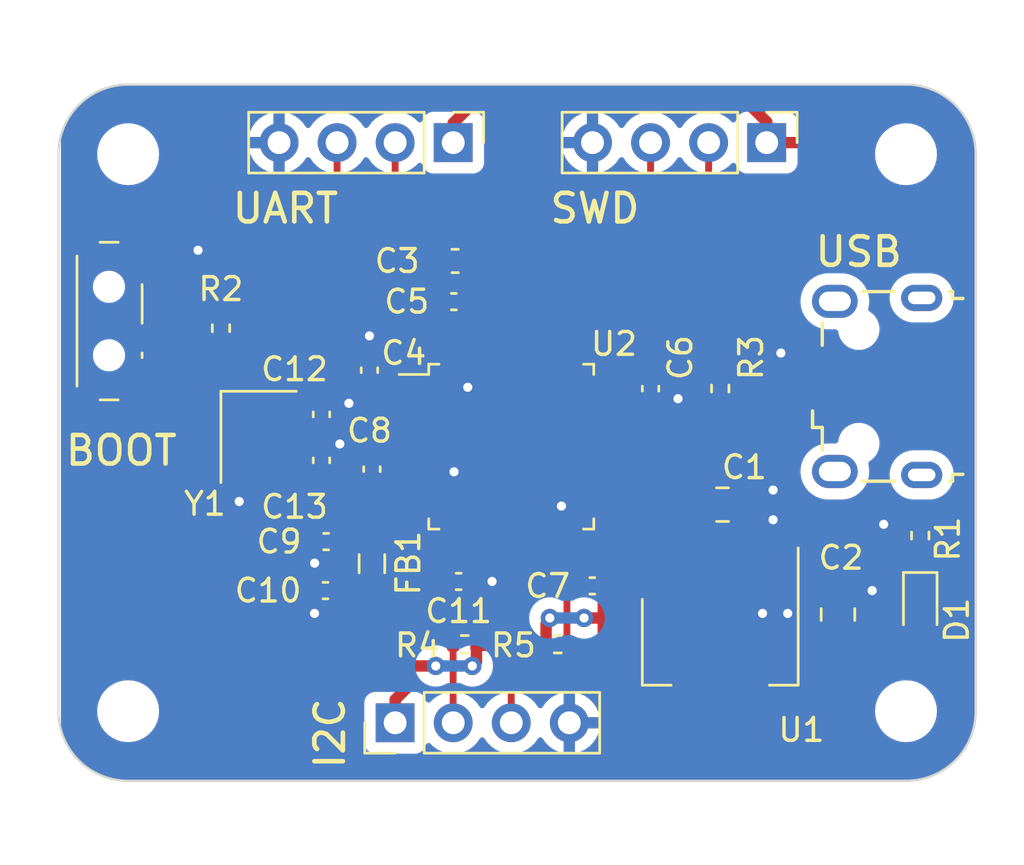
<source format=kicad_pcb>
(kicad_pcb (version 20221018) (generator pcbnew)
  (layers (0 "F.Cu" signal) (31 "B.Cu" power) (34 "B.Paste" user) (35 "F.Paste" user) (36 "B.SilkS" user "B.Silkscreen") (37 "F.SilkS" user "F.Silkscreen") (38 "B.Mask" user) (39 "F.Mask" user) (44 "Edge.Cuts" user))
  (net 0 "")
  (net 1 "VBUS")
  (net 2 "GND")
  (net 3 "+3.3V")
  (net 4 "+3.3VA")
  (net 5 "/NRST")
  (net 6 "/HSE_IN")
  (net 7 "/HSE_OUT")
  (net 8 "/PWR_LED_K")
  (net 9 "/USB_D-")
  (net 10 "/USB_D+")
  (net 12 "/SWDIO")
  (net 13 "/SWCLK")
  (net 14 "/UART1_TX")
  (net 15 "/UART1_RX")
  (net 16 "/I2C2_SCL")
  (net 17 "/I2C2_SDA")
  (net 18 "/SW_BOOT0")
  (net 19 "/BOOT0")
  (footprint "Capacitor_SMD:C_0402_1005Metric" (layer "F.Cu") (at 102 28.25 90)
    (fp_text reference "C4" (at 0.75 1.5) (layer "F.SilkS"))
    (fp_text value "100n")
    (fp_line (start -0.107836 -0.36) (end 0.107836 -0.36) (stroke (width 0.12)) (layer "F.SilkS"))
    (fp_line (start -0.107836 0.36) (end 0.107836 0.36) (stroke (width 0.12)) (layer "F.SilkS"))
    (pad "1" smd roundrect (at -0.48 0 90) (size 0.56 0.62) (layers "F.Cu" "F.Paste" "F.Mask") (net 3 "+3.3V"))
    (pad "2" smd roundrect (at 0.48 0 90) (size 0.56 0.62) (layers "F.Cu" "F.Paste" "F.Mask") (net 2 "GND"))
  )
  (footprint "MountingHole:MountingHole_2.2mm_M2" (layer "F.Cu") (at 91.44 18.796)
    (fp_text reference "H4")
    (fp_text value "MountingHole")
    (pad "" np_thru_hole circle (at 0 0) (size 2.2 2.2) (drill 2.2) (layers "*.Cu" "*.Mask"))
  )
  (footprint "Crystal:Crystal_SMD_3225-4Pin_3.2x2.5mm" (layer "F.Cu") (at 97.15 31.174 -90)
    (fp_text reference "Y1" (at 2.926 2.35 -180) (layer "F.SilkS"))
    (fp_text value "16MHz")
    (fp_line (start -2 -1.65) (end -2 1.65) (stroke (width 0.12)) (layer "F.SilkS"))
    (fp_line (start -2 1.65) (end 2 1.65) (stroke (width 0.12)) (layer "F.SilkS"))
    (pad "1" smd rect (at -1.1 0.85 270) (size 1.4 1.2) (layers "F.Cu" "F.Paste" "F.Mask") (net 6 "/HSE_IN"))
    (pad "2" smd rect (at 1.1 0.85 270) (size 1.4 1.2) (layers "F.Cu" "F.Paste" "F.Mask") (net 2 "GND"))
    (pad "3" smd rect (at 1.1 -0.85 270) (size 1.4 1.2) (layers "F.Cu" "F.Paste" "F.Mask") (net 7 "/HSE_OUT"))
    (pad "4" smd rect (at -1.1 -0.85 270) (size 1.4 1.2) (layers "F.Cu" "F.Paste" "F.Mask") (net 2 "GND"))
  )
  (footprint "Connector_USB:USB_Micro-B_Wuerth_629105150521" (layer "F.Cu") (at 124.213 28.961 90)
    (fp_text reference "J1" hide)
    (fp_text value "USB_B_Micro")
    (fp_line (start -4.15 -0.65) (end -4.15 0.75) (stroke (width 0.15)) (layer "F.SilkS"))
    (fp_line (start -4.15 3.15) (end -4.15 3.3) (stroke (width 0.15)) (layer "F.SilkS"))
    (fp_line (start -4.15 3.3) (end -3.85 3.3) (stroke (width 0.15)) (layer "F.SilkS"))
    (fp_line (start -3.85 3.3) (end -3.85 3.75) (stroke (width 0.15)) (layer "F.SilkS"))
    (fp_line (start -1.8 -2.825) (end -1.8 -2.4) (stroke (width 0.15)) (layer "F.SilkS"))
    (fp_line (start -1.8 -2.4) (end -2.8 -2.4) (stroke (width 0.15)) (layer "F.SilkS"))
    (fp_line (start -1.075 -2.825) (end -1.8 -2.825) (stroke (width 0.15)) (layer "F.SilkS"))
    (fp_line (start 1.8 -2.4) (end 2.8 -2.4) (stroke (width 0.15)) (layer "F.SilkS"))
    (fp_line (start 3.85 3.3) (end 4.15 3.3) (stroke (width 0.15)) (layer "F.SilkS"))
    (fp_line (start 3.85 3.75) (end 3.85 3.3) (stroke (width 0.15)) (layer "F.SilkS"))
    (fp_line (start 4.15 0.75) (end 4.15 -0.65) (stroke (width 0.15)) (layer "F.SilkS"))
    (fp_line (start 4.15 3.3) (end 4.15 3.15) (stroke (width 0.15)) (layer "F.SilkS"))
    (pad "" np_thru_hole oval (at -2.5 -0.8 90) (size 0.8 0.8) (drill 0.8) (layers "*.Cu" "*.Mask"))
    (pad "" np_thru_hole oval (at 2.5 -0.8 90) (size 0.8 0.8) (drill 0.8) (layers "*.Cu" "*.Mask"))
    (pad "1" smd rect (at -1.3 -1.9 90) (size 0.45 1.3) (layers "F.Cu" "F.Paste" "F.Mask") (net 1 "VBUS"))
    (pad "2" smd rect (at -0.65 -1.9 90) (size 0.45 1.3) (layers "F.Cu" "F.Paste" "F.Mask") (net 9 "/USB_D-"))
    (pad "3" smd rect (at 0 -1.9 90) (size 0.45 1.3) (layers "F.Cu" "F.Paste" "F.Mask") (net 10 "/USB_D+"))
    (pad "4" smd rect (at 0.65 -1.9 90) (size 0.45 1.3) (layers "F.Cu" "F.Paste" "F.Mask"))
    (pad "5" smd rect (at 1.3 -1.9 90) (size 0.45 1.3) (layers "F.Cu" "F.Paste" "F.Mask") (net 2 "GND"))
    (pad "6" thru_hole oval (at -3.875 1.95 90) (size 1.15 1.8) (drill oval 0.55 1.2) (layers "*.Cu" "*.Mask"))
    (pad "6" thru_hole oval (at -3.725 -1.85 90) (size 1.45 2) (drill oval 0.85 1.4) (layers "*.Cu" "*.Mask"))
    (pad "6" thru_hole oval (at 3.725 -1.85 90) (size 1.45 2) (drill oval 0.85 1.4) (layers "*.Cu" "*.Mask"))
    (pad "6" thru_hole oval (at 3.875 1.95 90) (size 1.15 1.8) (drill oval 0.55 1.2) (layers "*.Cu" "*.Mask"))
  )
  (footprint "MountingHole:MountingHole_2.2mm_M2" (layer "F.Cu") (at 125.476 43.18)
    (fp_text reference "H2")
    (fp_text value "MountingHole")
    (pad "" np_thru_hole circle (at 0 0) (size 2.2 2.2) (drill 2.2) (layers "*.Cu" "*.Mask"))
  )
  (footprint "Capacitor_SMD:C_0402_1005Metric" (layer "F.Cu") (at 99.9 32.2 90)
    (fp_text reference "C13" (at -2.032 -1.182 180) (layer "F.SilkS"))
    (fp_text value "10p")
    (fp_line (start -0.107836 -0.36) (end 0.107836 -0.36) (stroke (width 0.12)) (layer "F.SilkS"))
    (fp_line (start -0.107836 0.36) (end 0.107836 0.36) (stroke (width 0.12)) (layer "F.SilkS"))
    (pad "1" smd roundrect (at -0.48 0 90) (size 0.56 0.62) (layers "F.Cu" "F.Paste" "F.Mask") (net 7 "/HSE_OUT"))
    (pad "2" smd roundrect (at 0.48 0 90) (size 0.56 0.62) (layers "F.Cu" "F.Paste" "F.Mask") (net 2 "GND"))
  )
  (footprint "Connector_PinHeader_2.54mm:PinHeader_1x04_P2.54mm_Vertical" (layer "F.Cu") (at 103.124 43.688 90)
    (fp_text reference "J4" hide)
    (fp_text value "Conn_01x04_Pin")
    (fp_line (start -1.33 -1.33) (end 0 -1.33) (stroke (width 0.12)) (layer "F.SilkS"))
    (fp_line (start -1.33 0) (end -1.33 -1.33) (stroke (width 0.12)) (layer "F.SilkS"))
    (fp_line (start -1.33 1.27) (end -1.33 8.95) (stroke (width 0.12)) (layer "F.SilkS"))
    (fp_line (start -1.33 1.27) (end 1.33 1.27) (stroke (width 0.12)) (layer "F.SilkS"))
    (fp_line (start -1.33 8.95) (end 1.33 8.95) (stroke (width 0.12)) (layer "F.SilkS"))
    (fp_line (start 1.33 1.27) (end 1.33 8.95) (stroke (width 0.12)) (layer "F.SilkS"))
    (pad "1" thru_hole rect (at 0 0 90) (size 1.7 1.7) (drill 1) (layers "*.Cu" "*.Mask") (net 3 "+3.3V"))
    (pad "2" thru_hole oval (at 0 2.54 90) (size 1.7 1.7) (drill 1) (layers "*.Cu" "*.Mask") (net 16 "/I2C2_SCL"))
    (pad "3" thru_hole oval (at 0 5.08 90) (size 1.7 1.7) (drill 1) (layers "*.Cu" "*.Mask") (net 17 "/I2C2_SDA"))
    (pad "4" thru_hole oval (at 0 7.62 90) (size 1.7 1.7) (drill 1) (layers "*.Cu" "*.Mask") (net 2 "GND"))
  )
  (footprint "Button_Switch_SMD:SW_SPDT_PCM12" (layer "F.Cu") (at 90.932 26.1 -90)
    (fp_text reference "SW1" hide)
    (fp_text value "SW_SPDT")
    (fp_line (start -3.45 -0.07) (end -3.45 0.72) (stroke (width 0.12)) (layer "F.SilkS"))
    (fp_line (start -2.85 1.73) (end 2.85 1.73) (stroke (width 0.12)) (layer "F.SilkS"))
    (fp_line (start -1.6 -1.12) (end 0.1 -1.12) (stroke (width 0.12)) (layer "F.SilkS"))
    (fp_line (start 1.4 -1.12) (end 1.6 -1.12) (stroke (width 0.12)) (layer "F.SilkS"))
    (fp_line (start 3.45 0.72) (end 3.45 -0.07) (stroke (width 0.12)) (layer "F.SilkS"))
    (pad "" smd rect (at -3.65 -0.78 270) (size 1 0.8) (layers "F.Cu" "F.Paste" "F.Mask"))
    (pad "" smd rect (at -3.65 1.43 270) (size 1 0.8) (layers "F.Cu" "F.Paste" "F.Mask"))
    (pad "" np_thru_hole circle (at -1.5 0.33 270) (size 0.9 0.9) (drill 0.9) (layers "*.Cu" "*.Mask"))
    (pad "" np_thru_hole circle (at 1.5 0.33 270) (size 0.9 0.9) (drill 0.9) (layers "*.Cu" "*.Mask"))
    (pad "" smd rect (at 3.65 -0.78 270) (size 1 0.8) (layers "F.Cu" "F.Paste" "F.Mask"))
    (pad "" smd rect (at 3.65 1.43 270) (size 1 0.8) (layers "F.Cu" "F.Paste" "F.Mask"))
    (pad "1" smd rect (at -2.25 -1.43 270) (size 0.7 1.5) (layers "F.Cu" "F.Paste" "F.Mask") (net 2 "GND"))
    (pad "2" smd rect (at 0.75 -1.43 270) (size 0.7 1.5) (layers "F.Cu" "F.Paste" "F.Mask") (net 18 "/SW_BOOT0"))
    (pad "3" smd rect (at 2.25 -1.43 270) (size 0.7 1.5) (layers "F.Cu" "F.Paste" "F.Mask") (net 3 "+3.3V"))
  )
  (footprint "Connector_PinHeader_2.54mm:PinHeader_1x04_P2.54mm_Vertical" (layer "F.Cu") (at 105.664 18.288 -90)
    (fp_text reference "J3" hide)
    (fp_text value "Conn_01x04_Pin")
    (fp_line (start -1.33 -1.33) (end 0 -1.33) (stroke (width 0.12)) (layer "F.SilkS"))
    (fp_line (start -1.33 0) (end -1.33 -1.33) (stroke (width 0.12)) (layer "F.SilkS"))
    (fp_line (start -1.33 1.27) (end -1.33 8.95) (stroke (width 0.12)) (layer "F.SilkS"))
    (fp_line (start -1.33 1.27) (end 1.33 1.27) (stroke (width 0.12)) (layer "F.SilkS"))
    (fp_line (start -1.33 8.95) (end 1.33 8.95) (stroke (width 0.12)) (layer "F.SilkS"))
    (fp_line (start 1.33 1.27) (end 1.33 8.95) (stroke (width 0.12)) (layer "F.SilkS"))
    (pad "1" thru_hole rect (at 0 0 270) (size 1.7 1.7) (drill 1) (layers "*.Cu" "*.Mask") (net 3 "+3.3V"))
    (pad "2" thru_hole oval (at 0 2.54 270) (size 1.7 1.7) (drill 1) (layers "*.Cu" "*.Mask") (net 14 "/UART1_TX"))
    (pad "3" thru_hole oval (at 0 5.08 270) (size 1.7 1.7) (drill 1) (layers "*.Cu" "*.Mask") (net 15 "/UART1_RX"))
    (pad "4" thru_hole oval (at 0 7.62 270) (size 1.7 1.7) (drill 1) (layers "*.Cu" "*.Mask") (net 2 "GND"))
  )
  (footprint "Capacitor_SMD:C_0402_1005Metric" (layer "F.Cu") (at 99.9 30.186 90)
    (fp_text reference "C12" (at 1.976 -1.182 180) (layer "F.SilkS"))
    (fp_text value "10p")
    (fp_line (start -0.107836 -0.36) (end 0.107836 -0.36) (stroke (width 0.12)) (layer "F.SilkS"))
    (fp_line (start -0.107836 0.36) (end 0.107836 0.36) (stroke (width 0.12)) (layer "F.SilkS"))
    (pad "1" smd roundrect (at -0.48 0 90) (size 0.56 0.62) (layers "F.Cu" "F.Paste" "F.Mask") (net 6 "/HSE_IN"))
    (pad "2" smd roundrect (at 0.48 0 90) (size 0.56 0.62) (layers "F.Cu" "F.Paste" "F.Mask") (net 2 "GND"))
  )
  (footprint "Resistor_SMD:R_0402_1005Metric" (layer "F.Cu") (at 95.504 26.414 90)
    (fp_text reference "R2" (at 1.714 -0.004 180) (layer "F.SilkS"))
    (fp_text value "10k")
    (fp_line (start -0.153641 -0.38) (end 0.153641 -0.38) (stroke (width 0.12)) (layer "F.SilkS"))
    (fp_line (start -0.153641 0.38) (end 0.153641 0.38) (stroke (width 0.12)) (layer "F.SilkS"))
    (pad "1" smd roundrect (at -0.51 0 90) (size 0.54 0.64) (layers "F.Cu" "F.Paste" "F.Mask") (net 18 "/SW_BOOT0"))
    (pad "2" smd roundrect (at 0.51 0 90) (size 0.54 0.64) (layers "F.Cu" "F.Paste" "F.Mask") (net 19 "/BOOT0"))
  )
  (footprint "Package_TO_SOT_SMD:SOT-223-3_TabPin2" (layer "F.Cu") (at 117.348 40.132 -90)
    (fp_text reference "U1" (at 3.868 -3.552 -180) (layer "F.SilkS"))
    (fp_text value "AMS1117-3.3")
    (fp_line (start -4.1 -3.41) (end 1.91 -3.41) (stroke (width 0.12)) (layer "F.SilkS"))
    (fp_line (start -1.85 3.41) (end 1.91 3.41) (stroke (width 0.12)) (layer "F.SilkS"))
    (fp_line (start 1.91 -3.41) (end 1.91 -2.15) (stroke (width 0.12)) (layer "F.SilkS"))
    (fp_line (start 1.91 3.41) (end 1.91 2.15) (stroke (width 0.12)) (layer "F.SilkS"))
    (pad "1" smd rect (at -3.15 -2.3 270) (size 2 1.5) (layers "F.Cu" "F.Paste" "F.Mask") (net 2 "GND"))
    (pad "2" smd rect (at -3.15 0 270) (size 2 1.5) (layers "F.Cu" "F.Paste" "F.Mask") (net 3 "+3.3V"))
    (pad "2" smd rect (at 3.15 0 270) (size 2 3.8) (layers "F.Cu" "F.Paste" "F.Mask") (net 3 "+3.3V"))
    (pad "3" smd rect (at -3.15 2.3 270) (size 2 1.5) (layers "F.Cu" "F.Paste" "F.Mask") (net 1 "VBUS"))
  )
  (footprint "Capacitor_SMD:C_0402_1005Metric" (layer "F.Cu") (at 100.076 37.9 180)
    (fp_text reference "C10" (at 2.512 0) (layer "F.SilkS"))
    (fp_text value "1u")
    (fp_line (start -0.107836 -0.36) (end 0.107836 -0.36) (stroke (width 0.12)) (layer "F.SilkS"))
    (fp_line (start -0.107836 0.36) (end 0.107836 0.36) (stroke (width 0.12)) (layer "F.SilkS"))
    (pad "1" smd roundrect (at -0.48 0 180) (size 0.56 0.62) (layers "F.Cu" "F.Paste" "F.Mask") (net 3 "+3.3V"))
    (pad "2" smd roundrect (at 0.48 0 180) (size 0.56 0.62) (layers "F.Cu" "F.Paste" "F.Mask") (net 2 "GND"))
  )
  (footprint "Capacitor_SMD:C_0402_1005Metric" (layer "F.Cu") (at 102.108 32.586 90)
    (fp_text reference "C8" (at 1.686 -0.108 180) (layer "F.SilkS"))
    (fp_text value "10n")
    (fp_line (start -0.107836 -0.36) (end 0.107836 -0.36) (stroke (width 0.12)) (layer "F.SilkS"))
    (fp_line (start -0.107836 0.36) (end 0.107836 0.36) (stroke (width 0.12)) (layer "F.SilkS"))
    (pad "1" smd roundrect (at -0.48 0 90) (size 0.56 0.62) (layers "F.Cu" "F.Paste" "F.Mask") (net 4 "+3.3VA"))
    (pad "2" smd roundrect (at 0.48 0 90) (size 0.56 0.62) (layers "F.Cu" "F.Paste" "F.Mask") (net 2 "GND"))
  )
  (footprint "MountingHole:MountingHole_2.2mm_M2" (layer "F.Cu") (at 91.44 43.18)
    (fp_text reference "H1")
    (fp_text value "MountingHole")
    (pad "" np_thru_hole circle (at 0 0) (size 2.2 2.2) (drill 2.2) (layers "*.Cu" "*.Mask"))
  )
  (footprint "Resistor_SMD:R_0402_1005Metric" (layer "F.Cu") (at 106.17 40.25 180)
    (fp_text reference "R4" (at 2.07 -0.05) (layer "F.SilkS"))
    (fp_text value "1k5")
    (fp_line (start -0.153641 -0.38) (end 0.153641 -0.38) (stroke (width 0.12)) (layer "F.SilkS"))
    (fp_line (start -0.153641 0.38) (end 0.153641 0.38) (stroke (width 0.12)) (layer "F.SilkS"))
    (pad "1" smd roundrect (at -0.51 0 180) (size 0.54 0.64) (layers "F.Cu" "F.Paste" "F.Mask") (net 3 "+3.3V"))
    (pad "2" smd roundrect (at 0.51 0 180) (size 0.54 0.64) (layers "F.Cu" "F.Paste" "F.Mask") (net 16 "/I2C2_SCL"))
  )
  (footprint "Capacitor_SMD:C_0402_1005Metric" (layer "F.Cu") (at 100.104 35.755 180)
    (fp_text reference "C9" (at 2.06 0) (layer "F.SilkS"))
    (fp_text value "1u")
    (fp_line (start -0.107836 -0.36) (end 0.107836 -0.36) (stroke (width 0.12)) (layer "F.SilkS"))
    (fp_line (start -0.107836 0.36) (end 0.107836 0.36) (stroke (width 0.12)) (layer "F.SilkS"))
    (pad "1" smd roundrect (at -0.48 0 180) (size 0.56 0.62) (layers "F.Cu" "F.Paste" "F.Mask") (net 4 "+3.3VA"))
    (pad "2" smd roundrect (at 0.48 0 180) (size 0.56 0.62) (layers "F.Cu" "F.Paste" "F.Mask") (net 2 "GND"))
  )
  (footprint "Capacitor_SMD:C_0402_1005Metric" (layer "F.Cu") (at 114.3 29.058 -90)
    (fp_text reference "C6" (at -1.358 -1.3 90) (layer "F.SilkS"))
    (fp_text value "100n")
    (fp_line (start -0.107836 -0.36) (end 0.107836 -0.36) (stroke (width 0.12)) (layer "F.SilkS"))
    (fp_line (start -0.107836 0.36) (end 0.107836 0.36) (stroke (width 0.12)) (layer "F.SilkS"))
    (pad "1" smd roundrect (at -0.48 0 270) (size 0.56 0.62) (layers "F.Cu" "F.Paste" "F.Mask") (net 3 "+3.3V"))
    (pad "2" smd roundrect (at 0.48 0 270) (size 0.56 0.62) (layers "F.Cu" "F.Paste" "F.Mask") (net 2 "GND"))
  )
  (footprint "Capacitor_SMD:C_0805_2012Metric" (layer "F.Cu") (at 117.45 34.138)
    (fp_text reference "C1" (at 0.95 -1.638) (layer "F.SilkS"))
    (fp_text value "22u")
    (fp_line (start -0.261252 -0.735) (end 0.261252 -0.735) (stroke (width 0.12)) (layer "F.SilkS"))
    (fp_line (start -0.261252 0.735) (end 0.261252 0.735) (stroke (width 0.12)) (layer "F.SilkS"))
    (pad "1" smd roundrect (at -0.95 0) (size 1 1.45) (layers "F.Cu" "F.Paste" "F.Mask") (net 1 "VBUS"))
    (pad "2" smd roundrect (at 0.95 0) (size 1 1.45) (layers "F.Cu" "F.Paste" "F.Mask") (net 2 "GND"))
  )
  (footprint "Package_QFP:LQFP-48_7x7mm_P0.5mm" (layer "F.Cu") (at 108.204 31.598)
    (fp_text reference "U2" (at 4.496 -4.498) (layer "F.SilkS"))
    (fp_text value "STM32F103C8T6")
    (fp_line (start -3.61 -3.61) (end -3.61 -3.16) (stroke (width 0.12)) (layer "F.SilkS"))
    (fp_line (start -3.61 -3.16) (end -4.9 -3.16) (stroke (width 0.12)) (layer "F.SilkS"))
    (fp_line (start -3.61 3.61) (end -3.61 3.16) (stroke (width 0.12)) (layer "F.SilkS"))
    (fp_line (start -3.16 -3.61) (end -3.61 -3.61) (stroke (width 0.12)) (layer "F.SilkS"))
    (fp_line (start -3.16 3.61) (end -3.61 3.61) (stroke (width 0.12)) (layer "F.SilkS"))
    (fp_line (start 3.16 -3.61) (end 3.61 -3.61) (stroke (width 0.12)) (layer "F.SilkS"))
    (fp_line (start 3.16 3.61) (end 3.61 3.61) (stroke (width 0.12)) (layer "F.SilkS"))
    (fp_line (start 3.61 -3.61) (end 3.61 -3.16) (stroke (width 0.12)) (layer "F.SilkS"))
    (fp_line (start 3.61 3.61) (end 3.61 3.16) (stroke (width 0.12)) (layer "F.SilkS"))
    (pad "1" smd roundrect (at -4.1625 -2.75) (size 1.475 0.3) (layers "F.Cu" "F.Paste" "F.Mask") (net 3 "+3.3V"))
    (pad "2" smd roundrect (at -4.1625 -2.25) (size 1.475 0.3) (layers "F.Cu" "F.Paste" "F.Mask"))
    (pad "3" smd roundrect (at -4.1625 -1.75) (size 1.475 0.3) (layers "F.Cu" "F.Paste" "F.Mask"))
    (pad "4" smd roundrect (at -4.1625 -1.25) (size 1.475 0.3) (layers "F.Cu" "F.Paste" "F.Mask"))
    (pad "5" smd roundrect (at -4.1625 -0.75) (size 1.475 0.3) (layers "F.Cu" "F.Paste" "F.Mask") (net 6 "/HSE_IN"))
    (pad "6" smd roundrect (at -4.1625 -0.25) (size 1.475 0.3) (layers "F.Cu" "F.Paste" "F.Mask") (net 7 "/HSE_OUT"))
    (pad "7" smd roundrect (at -4.1625 0.25) (size 1.475 0.3) (layers "F.Cu" "F.Paste" "F.Mask") (net 5 "/NRST"))
    (pad "8" smd roundrect (at -4.1625 0.75) (size 1.475 0.3) (layers "F.Cu" "F.Paste" "F.Mask") (net 2 "GND"))
    (pad "9" smd roundrect (at -4.1625 1.25) (size 1.475 0.3) (layers "F.Cu" "F.Paste" "F.Mask") (net 4 "+3.3VA"))
    (pad "10" smd roundrect (at -4.1625 1.75) (size 1.475 0.3) (layers "F.Cu" "F.Paste" "F.Mask"))
    (pad "11" smd roundrect (at -4.1625 2.25) (size 1.475 0.3) (layers "F.Cu" "F.Paste" "F.Mask"))
    (pad "12" smd roundrect (at -4.1625 2.75) (size 1.475 0.3) (layers "F.Cu" "F.Paste" "F.Mask"))
    (pad "13" smd roundrect (at -2.75 4.1625) (size 0.3 1.475) (layers "F.Cu" "F.Paste" "F.Mask"))
    (pad "14" smd roundrect (at -2.25 4.1625) (size 0.3 1.475) (layers "F.Cu" "F.Paste" "F.Mask"))
    (pad "15" smd roundrect (at -1.75 4.1625) (size 0.3 1.475) (layers "F.Cu" "F.Paste" "F.Mask"))
    (pad "16" smd roundrect (at -1.25 4.1625) (size 0.3 1.475) (layers "F.Cu" "F.Paste" "F.Mask"))
    (pad "17" smd roundrect (at -0.75 4.1625) (size 0.3 1.475) (layers "F.Cu" "F.Paste" "F.Mask"))
    (pad "18" smd roundrect (at -0.25 4.1625) (size 0.3 1.475) (layers "F.Cu" "F.Paste" "F.Mask"))
    (pad "19" smd roundrect (at 0.25 4.1625) (size 0.3 1.475) (layers "F.Cu" "F.Paste" "F.Mask"))
    (pad "20" smd roundrect (at 0.75 4.1625) (size 0.3 1.475) (layers "F.Cu" "F.Paste" "F.Mask"))
    (pad "21" smd roundrect (at 1.25 4.1625) (size 0.3 1.475) (layers "F.Cu" "F.Paste" "F.Mask") (net 16 "/I2C2_SCL"))
    (pad "22" smd roundrect (at 1.75 4.1625) (size 0.3 1.475) (layers "F.Cu" "F.Paste" "F.Mask") (net 17 "/I2C2_SDA"))
    (pad "23" smd roundrect (at 2.25 4.1625) (size 0.3 1.475) (layers "F.Cu" "F.Paste" "F.Mask") (net 2 "GND"))
    (pad "24" smd roundrect (at 2.75 4.1625) (size 0.3 1.475) (layers "F.Cu" "F.Paste" "F.Mask") (net 3 "+3.3V"))
    (pad "25" smd roundrect (at 4.1625 2.75) (size 1.475 0.3) (layers "F.Cu" "F.Paste" "F.Mask"))
    (pad "26" smd roundrect (at 4.1625 2.25) (size 1.475 0.3) (layers "F.Cu" "F.Paste" "F.Mask"))
    (pad "27" smd roundrect (at 4.1625 1.75) (size 1.475 0.3) (layers "F.Cu" "F.Paste" "F.Mask"))
    (pad "28" smd roundrect (at 4.1625 1.25) (size 1.475 0.3) (layers "F.Cu" "F.Paste" "F.Mask"))
    (pad "29" smd roundrect (at 4.1625 0.75) (size 1.475 0.3) (layers "F.Cu" "F.Paste" "F.Mask"))
    (pad "30" smd roundrect (at 4.1625 0.25) (size 1.475 0.3) (layers "F.Cu" "F.Paste" "F.Mask"))
    (pad "31" smd roundrect (at 4.1625 -0.25) (size 1.475 0.3) (layers "F.Cu" "F.Paste" "F.Mask"))
    (pad "32" smd roundrect (at 4.1625 -0.75) (size 1.475 0.3) (layers "F.Cu" "F.Paste" "F.Mask") (net 9 "/USB_D-"))
    (pad "33" smd roundrect (at 4.1625 -1.25) (size 1.475 0.3) (layers "F.Cu" "F.Paste" "F.Mask") (net 10 "/USB_D+"))
    (pad "34" smd roundrect (at 4.1625 -1.75) (size 1.475 0.3) (layers "F.Cu" "F.Paste" "F.Mask") (net 12 "/SWDIO"))
    (pad "35" smd roundrect (at 4.1625 -2.25) (size 1.475 0.3) (layers "F.Cu" "F.Paste" "F.Mask") (net 2 "GND"))
    (pad "36" smd roundrect (at 4.1625 -2.75) (size 1.475 0.3) (layers "F.Cu" "F.Paste" "F.Mask") (net 3 "+3.3V"))
    (pad "37" smd roundrect (at 2.75 -4.1625) (size 0.3 1.475) (layers "F.Cu" "F.Paste" "F.Mask") (net 13 "/SWCLK"))
    (pad "38" smd roundrect (at 2.25 -4.1625) (size 0.3 1.475) (layers "F.Cu" "F.Paste" "F.Mask"))
    (pad "39" smd roundrect (at 1.75 -4.1625) (size 0.3 1.475) (layers "F.Cu" "F.Paste" "F.Mask"))
    (pad "40" smd roundrect (at 1.25 -4.1625) (size 0.3 1.475) (layers "F.Cu" "F.Paste" "F.Mask"))
    (pad "41" smd roundrect (at 0.75 -4.1625) (size 0.3 1.475) (layers "F.Cu" "F.Paste" "F.Mask"))
    (pad "42" smd roundrect (at 0.25 -4.1625) (size 0.3 1.475) (layers "F.Cu" "F.Paste" "F.Mask") (net 14 "/UART1_TX"))
    (pad "43" smd roundrect (at -0.25 -4.1625) (size 0.3 1.475) (layers "F.Cu" "F.Paste" "F.Mask") (net 15 "/UART1_RX"))
    (pad "44" smd roundrect (at -0.75 -4.1625) (size 0.3 1.475) (layers "F.Cu" "F.Paste" "F.Mask") (net 19 "/BOOT0"))
    (pad "45" smd roundrect (at -1.25 -4.1625) (size 0.3 1.475) (layers "F.Cu" "F.Paste" "F.Mask"))
    (pad "46" smd roundrect (at -1.75 -4.1625) (size 0.3 1.475) (layers "F.Cu" "F.Paste" "F.Mask"))
    (pad "47" smd roundrect (at -2.25 -4.1625) (size 0.3 1.475) (layers "F.Cu" "F.Paste" "F.Mask") (net 2 "GND"))
    (pad "48" smd roundrect (at -2.75 -4.1625) (size 0.3 1.475) (layers "F.Cu" "F.Paste" "F.Mask") (net 3 "+3.3V"))
  )
  (footprint "Capacitor_SMD:C_0402_1005Metric" (layer "F.Cu") (at 105.9 37.5)
    (fp_text reference "C11" (at 0 1.3) (layer "F.SilkS"))
    (fp_text value "100n")
    (fp_line (start -0.107836 -0.36) (end 0.107836 -0.36) (stroke (width 0.12)) (layer "F.SilkS"))
    (fp_line (start -0.107836 0.36) (end 0.107836 0.36) (stroke (width 0.12)) (layer "F.SilkS"))
    (pad "1" smd roundrect (at -0.48 0) (size 0.56 0.62) (layers "F.Cu" "F.Paste" "F.Mask") (net 5 "/NRST"))
    (pad "2" smd roundrect (at 0.48 0) (size 0.56 0.62) (layers "F.Cu" "F.Paste" "F.Mask") (net 2 "GND"))
  )
  (footprint "Resistor_SMD:R_0402_1005Metric" (layer "F.Cu") (at 126.1 35.49 90)
    (fp_text reference "R1" (at -0.154 1.208 90) (layer "F.SilkS"))
    (fp_text value "1k5")
    (fp_line (start -0.153641 -0.38) (end 0.153641 -0.38) (stroke (width 0.12)) (layer "F.SilkS"))
    (fp_line (start -0.153641 0.38) (end 0.153641 0.38) (stroke (width 0.12)) (layer "F.SilkS"))
    (pad "1" smd roundrect (at -0.51 0 90) (size 0.54 0.64) (layers "F.Cu" "F.Paste" "F.Mask") (net 8 "/PWR_LED_K"))
    (pad "2" smd roundrect (at 0.51 0 90) (size 0.54 0.64) (layers "F.Cu" "F.Paste" "F.Mask") (net 2 "GND"))
  )
  (footprint "Capacitor_SMD:C_0402_1005Metric" (layer "F.Cu") (at 111.75 37.694 180)
    (fp_text reference "C7" (at 1.95 -0.006) (layer "F.SilkS"))
    (fp_text value "100n")
    (fp_line (start -0.107836 -0.36) (end 0.107836 -0.36) (stroke (width 0.12)) (layer "F.SilkS"))
    (fp_line (start -0.107836 0.36) (end 0.107836 0.36) (stroke (width 0.12)) (layer "F.SilkS"))
    (pad "1" smd roundrect (at -0.48 0 180) (size 0.56 0.62) (layers "F.Cu" "F.Paste" "F.Mask") (net 3 "+3.3V"))
    (pad "2" smd roundrect (at 0.48 0 180) (size 0.56 0.62) (layers "F.Cu" "F.Paste" "F.Mask") (net 2 "GND"))
  )
  (footprint "Capacitor_SMD:C_0603_1608Metric" (layer "F.Cu") (at 105.75 23.47)
    (fp_text reference "C3" (at -2.54 0) (layer "F.SilkS"))
    (fp_text value "10u")
    (fp_line (start -0.14058 -0.51) (end 0.14058 -0.51) (stroke (width 0.12)) (layer "F.SilkS"))
    (fp_line (start -0.14058 0.51) (end 0.14058 0.51) (stroke (width 0.12)) (layer "F.SilkS"))
    (pad "1" smd roundrect (at -0.775 0) (size 0.9 0.95) (layers "F.Cu" "F.Paste" "F.Mask") (net 3 "+3.3V"))
    (pad "2" smd roundrect (at 0.775 0) (size 0.9 0.95) (layers "F.Cu" "F.Paste" "F.Mask") (net 2 "GND"))
  )
  (footprint "MountingHole:MountingHole_2.2mm_M2" (layer "F.Cu") (at 125.476 18.796)
    (fp_text reference "H3")
    (fp_text value "MountingHole")
    (pad "" np_thru_hole circle (at 0 0) (size 2.2 2.2) (drill 2.2) (layers "*.Cu" "*.Mask"))
  )
  (footprint "Connector_PinHeader_2.54mm:PinHeader_1x04_P2.54mm_Vertical" (layer "F.Cu") (at 119.38 18.288 -90)
    (fp_text reference "J2" hide)
    (fp_text value "Conn_01x04_Pin")
    (fp_line (start -1.33 -1.33) (end 0 -1.33) (stroke (width 0.12)) (layer "F.SilkS"))
    (fp_line (start -1.33 0) (end -1.33 -1.33) (stroke (width 0.12)) (layer "F.SilkS"))
    (fp_line (start -1.33 1.27) (end -1.33 8.95) (stroke (width 0.12)) (layer "F.SilkS"))
    (fp_line (start -1.33 1.27) (end 1.33 1.27) (stroke (width 0.12)) (layer "F.SilkS"))
    (fp_line (start -1.33 8.95) (end 1.33 8.95) (stroke (width 0.12)) (layer "F.SilkS"))
    (fp_line (start 1.33 1.27) (end 1.33 8.95) (stroke (width 0.12)) (layer "F.SilkS"))
    (pad "1" thru_hole rect (at 0 0 270) (size 1.7 1.7) (drill 1) (layers "*.Cu" "*.Mask") (net 3 "+3.3V"))
    (pad "2" thru_hole oval (at 0 2.54 270) (size 1.7 1.7) (drill 1) (layers "*.Cu" "*.Mask") (net 12 "/SWDIO"))
    (pad "3" thru_hole oval (at 0 5.08 270) (size 1.7 1.7) (drill 1) (layers "*.Cu" "*.Mask") (net 13 "/SWCLK"))
    (pad "4" thru_hole oval (at 0 7.62 270) (size 1.7 1.7) (drill 1) (layers "*.Cu" "*.Mask") (net 2 "GND"))
  )
  (footprint "Capacitor_SMD:C_0402_1005Metric" (layer "F.Cu") (at 105.692 25.25)
    (fp_text reference "C5" (at -2.06 0) (layer "F.SilkS"))
    (fp_text value "100n")
    (fp_line (start -0.107836 -0.36) (end 0.107836 -0.36) (stroke (width 0.12)) (layer "F.SilkS"))
    (fp_line (start -0.107836 0.36) (end 0.107836 0.36) (stroke (width 0.12)) (layer "F.SilkS"))
    (pad "1" smd roundrect (at -0.48 0) (size 0.56 0.62) (layers "F.Cu" "F.Paste" "F.Mask") (net 3 "+3.3V"))
    (pad "2" smd roundrect (at 0.48 0) (size 0.56 0.62) (layers "F.Cu" "F.Paste" "F.Mask") (net 2 "GND"))
  )
  (footprint "Capacitor_SMD:C_0805_2012Metric" (layer "F.Cu") (at 122.5 38.95 90)
    (fp_text reference "C2" (at 2.488 0.132 180) (layer "F.SilkS"))
    (fp_text value "22u")
    (fp_line (start -0.261252 -0.735) (end 0.261252 -0.735) (stroke (width 0.12)) (layer "F.SilkS"))
    (fp_line (start -0.261252 0.735) (end 0.261252 0.735) (stroke (width 0.12)) (layer "F.SilkS"))
    (pad "1" smd roundrect (at -0.95 0 90) (size 1 1.45) (layers "F.Cu" "F.Paste" "F.Mask") (net 3 "+3.3V"))
    (pad "2" smd roundrect (at 0.95 0 90) (size 1 1.45) (layers "F.Cu" "F.Paste" "F.Mask") (net 2 "GND"))
  )
  (footprint "Resistor_SMD:R_0402_1005Metric" (layer "F.Cu") (at 117.348 29.056 -90)
    (fp_text reference "R3" (at -1.356 -1.352 90) (layer "F.SilkS"))
    (fp_text value "1k5")
    (fp_line (start -0.153641 -0.38) (end 0.153641 -0.38) (stroke (width 0.12)) (layer "F.SilkS"))
    (fp_line (start -0.153641 0.38) (end 0.153641 0.38) (stroke (width 0.12)) (layer "F.SilkS"))
    (pad "1" smd roundrect (at -0.51 0 270) (size 0.54 0.64) (layers "F.Cu" "F.Paste" "F.Mask") (net 3 "+3.3V"))
    (pad "2" smd roundrect (at 0.51 0 270) (size 0.54 0.64) (layers "F.Cu" "F.Paste" "F.Mask") (net 10 "/USB_D+"))
  )
  (footprint "Inductor_SMD:L_0805_2012Metric" (layer "F.Cu") (at 102.108 36.7245 -90)
    (fp_text reference "FB1" (at -0.0245 -1.592 90) (layer "F.SilkS"))
    (fp_text value "120R")
    (fp_line (start -0.399622 -0.56) (end 0.399622 -0.56) (stroke (width 0.12)) (layer "F.SilkS"))
    (fp_line (start -0.399622 0.56) (end 0.399622 0.56) (stroke (width 0.12)) (layer "F.SilkS"))
    (pad "1" smd roundrect (at -1.0625 0 270) (size 0.875 1.2) (layers "F.Cu" "F.Paste" "F.Mask") (net 4 "+3.3VA"))
    (pad "2" smd roundrect (at 1.0625 0 270) (size 0.875 1.2) (layers "F.Cu" "F.Paste" "F.Mask") (net 3 "+3.3V"))
  )
  (footprint "LED_SMD:LED_0603_1608Metric" (layer "F.Cu") (at 126.1 38.594 -90)
    (fp_text reference "D1" (at 0.606 -1.6 90) (layer "F.SilkS"))
    (fp_text value "RED")
    (fp_line (start -1.485 -0.735) (end -1.485 0.735) (stroke (width 0.12)) (layer "F.SilkS"))
    (fp_line (start -1.485 0.735) (end 0.8 0.735) (stroke (width 0.12)) (layer "F.SilkS"))
    (fp_line (start 0.8 -0.735) (end -1.485 -0.735) (stroke (width 0.12)) (layer "F.SilkS"))
    (pad "1" smd roundrect (at -0.7875 0 270) (size 0.875 0.95) (layers "F.Cu" "F.Paste" "F.Mask") (net 8 "/PWR_LED_K"))
    (pad "2" smd roundrect (at 0.7875 0 270) (size 0.875 0.95) (layers "F.Cu" "F.Paste" "F.Mask") (net 3 "+3.3V"))
  )
  (footprint "Resistor_SMD:R_0402_1005Metric" (layer "F.Cu") (at 110.238 40.25)
    (fp_text reference "R5" (at -1.938 0.05) (layer "F.SilkS"))
    (fp_text value "1k5")
    (fp_line (start -0.153641 -0.38) (end 0.153641 -0.38) (stroke (width 0.12)) (layer "F.SilkS"))
    (fp_line (start -0.153641 0.38) (end 0.153641 0.38) (stroke (width 0.12)) (layer "F.SilkS"))
    (pad "1" smd roundrect (at -0.51 0) (size 0.54 0.64) (layers "F.Cu" "F.Paste" "F.Mask") (net 3 "+3.3V"))
    (pad "2" smd roundrect (at 0.51 0) (size 0.54 0.64) (layers "F.Cu" "F.Paste" "F.Mask") (net 17 "/I2C2_SDA"))
  )
  (gr_line (start 128.524 43.18) (end 128.524 18.796) (stroke (width 0.1)) (layer "Edge.Cuts"))
  (gr_line (start 125.476 15.748) (end 91.44 15.748) (stroke (width 0.1)) (layer "Edge.Cuts"))
  (gr_line (start 88.392 43.18) (end 88.392 18.796) (stroke (width 0.1)) (layer "Edge.Cuts"))
  (gr_arc (start 88.392 18.796) (mid 89.284739 16.640739) (end 91.44 15.748) (stroke (width 0.1)) (layer "Edge.Cuts"))
  (gr_line (start 125.476 46.228) (end 91.44 46.228) (stroke (width 0.1)) (layer "Edge.Cuts"))
  (gr_arc (start 125.476 15.748) (mid 127.631261 16.640739) (end 128.524 18.796) (stroke (width 0.1)) (layer "Edge.Cuts"))
  (gr_arc (start 128.524 43.18) (mid 127.631261 45.335261) (end 125.476 46.228) (stroke (width 0.1)) (layer "Edge.Cuts"))
  (gr_arc (start 91.44 46.228) (mid 89.284739 45.335261) (end 88.392 43.18) (stroke (width 0.1)) (layer "Edge.Cuts"))
  (gr_text "SWD" (at 109.8 21.9) (layer "F.SilkS") (effects (font (size 1.25 1.25) (thickness 0.2)) (justify left bottom)))
  (gr_text "I2C" (at 101 45.8 90) (layer "F.SilkS") (effects (font (size 1.25 1.25) (thickness 0.2)) (justify left bottom)))
  (gr_text "UART" (at 95.9 21.9) (layer "F.SilkS") (effects (font (size 1.25 1.25) (thickness 0.2)) (justify left bottom)))
  (gr_text "BOOT" (at 88.6 32.5) (layer "F.SilkS") (effects (font (size 1.25 1.25) (thickness 0.2)) (justify left bottom)))
  (gr_text "USB" (at 121.4 23.8) (layer "F.SilkS") (effects (font (size 1.25 1.25) (thickness 0.2)) (justify left bottom)))
  (segment (start 106.525 23.47) (end 106.525 24.897) (width 0.5) (layer "F.Cu") (net 2))
  (segment (start 93.65 23.85) (end 94.5 23) (width 0.5) (layer "F.Cu") (net 2))
  (segment (start 105.954 28.654) (end 106.3 29) (width 0.3) (layer "F.Cu") (net 2))
  (segment (start 96.3 32.274) (end 96.3 34) (width 0.25) (layer "F.Cu") (net 2))
  (segment (start 99.596 38.9) (end 99.596 37.9) (width 0.5) (layer "F.Cu") (net 2))
  (segment (start 102.848 32.348) (end 102.606 32.106) (width 0.3) (layer "F.Cu") (net 2))
  (segment (start 100.463049 31.72) (end 99.9 31.72) (width 0.25) (layer "F.Cu") (net 2))
  (segment (start 101.094 29.706) (end 101.1 29.7) (width 0.25) (layer "F.Cu") (net 2))
  (segment (start 99.624 36.676) (end 99.6 36.7) (width 0.5) (layer "F.Cu") (net 2))
  (segment (start 105.348 32.348) (end 105.7 32.7) (width 0.3) (layer "F.Cu") (net 2))
  (segment (start 120.161 27.661) (end 120 27.5) (width 0.3) (layer "F.Cu") (net 2))
  (segment (start 102.606 32.106) (end 102.108 32.106) (width 0.3) (layer "F.Cu") (net 2))
  (segment (start 113.538 29.538) (end 114.3 29.538) (width 0.3) (layer "F.Cu") (net 2))
  (segment (start 106.172 26.203) (end 106.172 25.25) (width 0.3) (layer "F.Cu") (net 2))
  (segment (start 114.3 29.538) (end 115.462 29.538) (width 0.3) (layer "F.Cu") (net 2))
  (segment (start 122.313 27.661) (end 120.161 27.661) (width 0.3) (layer "F.Cu") (net 2))
  (segment (start 124.52 34.98) (end 124.5 35) (width 0.3) (layer "F.Cu") (net 2))
  (segment (start 106.525 24.897) (end 106.172 25.25) (width 0.5) (layer "F.Cu") (net 2))
  (segment (start 105.954 26.421) (end 106.172 26.203) (width 0.3) (layer "F.Cu") (net 2))
  (segment (start 126.1 34.98) (end 124.52 34.98) (width 0.3) (layer "F.Cu") (net 2))
  (segment (start 92.362 23.85) (end 93.65 23.85) (width 0.5) (layer "F.Cu") (net 2))
  (segment (start 104.0415 32.348) (end 102.848 32.348) (width 0.3) (layer "F.Cu") (net 2))
  (segment (start 115.462 29.538) (end 115.5 29.5) (width 0.3) (layer "F.Cu") (net 2))
  (segment (start 111.27 37.02) (end 111.27 37.694) (width 0.3) (layer "F.Cu") (net 2))
  (segment (start 113.348 29.348) (end 113.538 29.538) (width 0.3) (layer "F.Cu") (net 2))
  (segment (start 110.454 34.254) (end 110.454 35.7605) (width 0.3) (layer "F.Cu") (net 2))
  (segment (start 110.75 37) (end 111.25 37) (width 0.3) (layer "F.Cu") (net 2))
  (segment (start 110.454 35.7605) (end 110.454 36.704) (width 0.3) (layer "F.Cu") (net 2))
  (segment (start 100.032 29.706) (end 101.094 29.706) (width 0.25) (layer "F.Cu") (net 2))
  (segment (start 105.954 27.4355) (end 105.954 26.421) (width 0.3) (layer "F.Cu") (net 2))
  (segment (start 102 27.77) (end 102 26.75) (width 0.5) (layer "F.Cu") (net 2))
  (segment (start 98.726 30.074) (end 99.094 29.706) (width 0.25) (layer "F.Cu") (net 2))
  (segment (start 107.364 37.5) (end 106.38 37.5) (width 0.5) (layer "F.Cu") (net 2))
  (segment (start 105.954 27.4355) (end 105.954 28.654) (width 0.3) (layer "F.Cu") (net 2))
  (segment (start 99.094 29.706) (end 100.032 29.706) (width 0.25) (layer "F.Cu") (net 2))
  (segment (start 104.0415 32.348) (end 105.348 32.348) (width 0.3) (layer "F.Cu") (net 2))
  (segment (start 99.624 35.755) (end 99.624 36.676) (width 0.5) (layer "F.Cu") (net 2))
  (segment (start 112.3665 29.348) (end 113.348 29.348) (width 0.3) (layer "F.Cu") (net 2))
  (segment (start 110.454 36.704) (end 110.75 37) (width 0.3) (layer "F.Cu") (net 2))
  (segment (start 98 30.074) (end 98.726 30.074) (width 0.25) (layer "F.Cu") (net 2))
  (segment (start 111.25 37) (end 111.27 37.02) (width 0.3) (layer "F.Cu") (net 2))
  (segment (start 110.4 34.2) (end 110.454 34.254) (width 0.3) (layer "F.Cu") (net 2))
  (segment (start 100.701851 31.481198) (end 100.463049 31.72) (width 0.25) (layer "F.Cu") (net 2))
  (via (at 99.596 38.9) (size 0.8) (drill 0.4) (layers "F.Cu" "B.Cu") (net 2))
  (via (at 102 26.75) (size 0.8) (drill 0.4) (layers "F.Cu" "B.Cu") (net 2))
  (via (at 120.3 38.9) (size 0.8) (drill 0.4) (layers "F.Cu" "B.Cu") (net 2))
  (via (at 96.3 34) (size 0.8) (drill 0.4) (layers "F.Cu" "B.Cu") (net 2))
  (via (at 115.5 29.5) (size 0.8) (drill 0.4) (layers "F.Cu" "B.Cu") (net 2))
  (via (at 123.996 37.9) (size 0.8) (drill 0.4) (layers "F.Cu" "B.Cu") (net 2))
  (via (at 105.7 32.7) (size 0.8) (drill 0.4) (layers "F.Cu" "B.Cu") (net 2))
  (via (at 94.5 23) (size 0.8) (drill 0.4) (layers "F.Cu" "B.Cu") (net 2))
  (via (at 106.3 29) (size 0.8) (drill 0.4) (layers "F.Cu" "B.Cu") (net 2))
  (via (at 119.2 38.9) (size 0.8) (drill 0.4) (layers "F.Cu" "B.Cu") (net 2))
  (via (at 119.66 33.5) (size 0.8) (drill 0.4) (layers "F.Cu" "B.Cu") (net 2))
  (via (at 119.66 34.8) (size 0.8) (drill 0.4) (layers "F.Cu" "B.Cu") (net 2))
  (via (at 99.6 36.7) (size 0.8) (drill 0.4) (layers "F.Cu" "B.Cu") (net 2))
  (via (at 120 27.5) (size 0.8) (drill 0.4) (layers "F.Cu" "B.Cu") (net 2))
  (via (at 101.1 29.7) (size 0.8) (drill 0.4) (layers "F.Cu" "B.Cu") (net 2))
  (via (at 110.4 34.2) (size 0.8) (drill 0.4) (layers "F.Cu" "B.Cu") (net 2))
  (via (at 124.5 35) (size 0.8) (drill 0.4) (layers "F.Cu" "B.Cu") (net 2))
  (via (at 107.364 37.5) (size 0.8) (drill 0.4) (layers "F.Cu" "B.Cu") (net 2))
  (via (at 100.701851 31.481198) (size 0.8) (drill 0.4) (layers "F.Cu" "B.Cu") (net 2))
  (segment (start 111.75 36.5) (end 112.23 36.98) (width 0.3) (layer "F.Cu") (net 3))
  (segment (start 99.6 25.9) (end 102.03 23.47) (width 0.5) (layer "F.Cu") (net 3))
  (segment (start 126.1 39.3815) (end 127.0185 39.3815) (width 0.5) (layer "F.Cu") (net 3))
  (segment (start 92.6 28.588) (end 92.362 28.35) (width 0.5) (layer "F.Cu") (net 3))
  (segment (start 109.728 40.25) (end 109.678 40.3) (width 0.5) (layer "F.Cu") (net 3))
  (segment (start 103.7 42.1) (end 103.124 42.676) (width 0.5) (layer "F.Cu") (net 3))
  (segment (start 103.7 41.2) (end 103.7 42.1) (width 0.5) (layer "F.Cu") (net 3))
  (segment (start 92.6 29.5) (end 92.6 28.588) (width 0.5) (layer "F.Cu") (net 3))
  (segment (start 104.975 25.013) (end 105.212 25.25) (width 0.5) (layer "F.Cu") (net 3))
  (segment (start 100.13 28.73) (end 102 28.73) (width 0.5) (layer "F.Cu") (net 3))
  (segment (start 113.1 41.1) (end 112.23 40.23) (width 0.5) (layer "F.Cu") (net 3))
  (segment (start 117.348 25.752) (end 117.348 28.546) (width 0.5) (layer "F.Cu") (net 3))
  (segment (start 93.9 29.888) (end 95.588 28.2) (width 0.5) (layer "F.Cu") (net 3))
  (segment (start 104.9 41.2) (end 103.7 41.2) (width 0.5) (layer "F.Cu") (net 3))
  (segment (start 111 36.5) (end 111.75 36.5) (width 0.3) (layer "F.Cu") (net 3))
  (segment (start 103.7 41.2) (end 102.8 41.2) (width 0.5) (layer "F.Cu") (net 3))
  (segment (start 126.8 22.3) (end 124.3 22.3) (width 0.5) (layer "F.Cu") (net 3))
  (segment (start 112.23 36.98) (end 112.23 37.694) (width 0.3) (layer "F.Cu") (net 3))
  (segment (start 113.672 28.578) (end 114.3 28.578) (width 0.3) (layer "F.Cu") (net 3))
  (segment (start 121.188 18.288) (end 119.38 18.288) (width 0.5) (layer "F.Cu") (net 3))
  (segment (start 120.8 22.3) (end 117.348 25.752) (width 0.5) (layer "F.Cu") (net 3))
  (segment (start 121.9 44.8) (end 121.3 45.4) (width 0.5) (layer "F.Cu") (net 3))
  (segment (start 95.588 28.2) (end 99.6 28.2) (width 0.5) (layer "F.Cu") (net 3))
  (segment (start 122.6 19.7) (end 121.188 18.288) (width 0.5) (layer "F.Cu") (net 3))
  (segment (start 102.1 40.5) (end 102.108 40.492) (width 0.5) (layer "F.Cu") (net 3))
  (segment (start 96.592 40.492) (end 93.9 37.8) (width 0.5) (layer "F.Cu") (net 3))
  (segment (start 113.402 28.848) (end 113.672 28.578) (width 0.3) (layer "F.Cu") (net 3))
  (segment (start 106.68 41.02) (end 106.5 41.2) (width 0.5) (layer "F.Cu") (net 3))
  (segment (start 118.4 16.4) (end 106.7 16.4) (width 0.5) (layer "F.Cu") (net 3))
  (segment (start 105.454 26.454) (end 105.212 26.212) (width 0.3) (layer "F.Cu") (net 3))
  (segment (start 92.6 29.5) (end 92.988 29.888) (width 0.5) (layer "F.Cu") (net 3))
  (segment (start 112.23 39.1) (end 112.23 37.694) (width 0.5) (layer "F.Cu") (net 3))
  (segment (start 110.954 36.454) (end 111 36.5) (width 0.3) (layer "F.Cu") (net 3))
  (segment (start 125.1185 39.3815) (end 126.1 39.3815) (width 0.5) (layer "F.Cu") (net 3))
  (segment (start 127.8 38.6) (end 127.8 23.3) (width 0.5) (layer "F.Cu") (net 3))
  (segment (start 93.9 37.8) (end 93.9 29.888) (width 0.5) (layer "F.Cu") (net 3))
  (segment (start 99.6 28.2) (end 100.13 28.73) (width 0.5) (layer "F.Cu") (net 3))
  (segment (start 109.728 39.372) (end 109.728 40.25) (width 0.5) (layer "F.Cu") (net 3))
  (segment (start 119.38 18.288) (end 119.38 17.38) (width 0.5) (layer "F.Cu") (net 3))
  (segment (start 103.124 42.676) (end 103.124 43.688) (width 0.5) (layer "F.Cu") (net 3))
  (segment (start 103.098 28.848) (end 102.98 28.73) (width 0.3) (layer "F.Cu") (net 3))
  (segment (start 99.6 28.2) (end 99.6 25.9) (width 0.5) (layer "F.Cu") (net 3))
  (segment (start 109.8905 39.2095) (end 109.728 39.372) (width 0.5) (layer "F.Cu") (net 3))
  (segment (start 122.5 39.9) (end 124.6 39.9) (width 0.5) (layer "F.Cu") (net 3))
  (segment (start 121.9 40.5) (end 121.9 44.8) (width 0.5) (layer "F.Cu") (net 3))
  (segment (start 106.7 16.4) (end 105.664 17.436) (width 0.5) (layer "F.Cu") (net 3))
  (segment (start 102.108 40.492) (end 96.592 40.492) (width 0.5) (layer "F.Cu") (net 3))
  (segment (start 124.3 22.3) (end 120.8 22.3) (width 0.5) (layer "F.Cu") (net 3))
  (segment (start 105.454 27.4355) (end 105.454 26.454) (width 0.3) (layer "F.Cu") (net 3))
  (segment (start 124.6 39.9) (end 125.1185 39.3815) (width 0.5) (layer "F.Cu") (net 3))
  (segment (start 92.988 29.888) (end 93.9 29.888) (width 0.5) (layer "F.Cu") (net 3))
  (segment (start 104.0415 28.848) (end 103.098 28.848) (width 0.3) (layer "F.Cu") (net 3))
  (segment (start 112.23 40.23) (end 112.23 39.1) (width 0.5) (layer "F.Cu") (net 3))
  (segment (start 112.23 39.1) (end 111.3895 39.1) (width 0.5) (layer "F.Cu") (net 3))
  (segment (start 122.5 39.9) (end 121.9 40.5) (width 0.5) (layer "F.Cu") (net 3))
  (segment (start 112.3665 28.848) (end 113.402 28.848) (width 0.3) (layer "F.Cu") (net 3))
  (segment (start 122.6 22.3) (end 122.6 19.7) (width 0.5) (layer "F.Cu") (net 3))
  (segment (start 113.1 44.7) (end 113.1 41.1) (width 0.5) (layer "F.Cu") (net 3))
  (segment (start 100.669 37.787) (end 100.556 37.9) (width 0.5) (layer "F.Cu") (net 3))
  (segment (start 121.3 45.4) (end 113.8 45.4) (width 0.5) (layer "F.Cu") (net 3))
  (segment (start 127.0185 39.3815) (end 127.8 38.6) (width 0.5) (layer "F.Cu") (net 3))
  (segment (start 102.98 28.73) (end 102 28.73) (width 0.3) (layer "F.Cu") (net 3))
  (segment (start 117.316 28.578) (end 117.348 28.546) (width 0.3) (layer "F.Cu") (net 3))
  (segment (start 109.8905 39.1) (end 109.8905 39.2095) (width 0.5) (layer "F.Cu") (net 3))
  (segment (start 124.3 22.3) (end 122.6 22.3) (width 0.5) (layer "F.Cu") (net 3))
  (segment (start 102.108 37.787) (end 100.669 37.787) (width 0.5) (layer "F.Cu") (net 3))
  (segment (start 110.954 35.7605) (end 110.954 36.454) (width 0.3) (layer "F.Cu") (net 3))
  (segment (start 102.8 41.2) (end 102.1 40.5) (width 0.5) (layer "F.Cu") (net 3))
  (segment (start 114.3 28.578) (end 117.316 28.578) (width 0.3) (layer "F.Cu") (net 3))
  (segment (start 105.212 26.212) (end 105.212 25.25) (width 0.3) (layer "F.Cu") (net 3))
  (segment (start 127.8 23.3) (end 126.8 22.3) (width 0.5) (layer "F.Cu") (net 3))
  (segment (start 104.975 23.47) (end 104.975 25.013) (width 0.5) (layer "F.Cu") (net 3))
  (segment (start 113.8 45.4) (end 113.1 44.7) (width 0.5) (layer "F.Cu") (net 3))
  (segment (start 102.03 23.47) (end 104.975 23.47) (width 0.5) (layer "F.Cu") (net 3))
  (segment (start 105.664 17.436) (end 105.664 18.288) (width 0.5) (layer "F.Cu") (net 3))
  (segment (start 106.68 40.25) (end 106.68 41.02) (width 0.5) (layer "F.Cu") (net 3))
  (segment (start 109.678 40.3) (end 106.73 40.3) (width 0.5) (layer "F.Cu") (net 3))
  (segment (start 102.108 40.492) (end 102.108 37.787) (width 0.5) (layer "F.Cu") (net 3))
  (segment (start 106.73 40.3) (end 106.68 40.25) (width 0.5) (layer "F.Cu") (net 3))
  (segment (start 119.38 17.38) (end 118.4 16.4) (width 0.5) (layer "F.Cu") (net 3))
  (via (at 104.9 41.2) (size 0.8) (drill 0.4) (layers "F.Cu" "B.Cu") (net 3))
  (via (at 106.5 41.2) (size 0.8) (drill 0.4) (layers "F.Cu" "B.Cu") (net 3))
  (via (at 109.8905 39.1) (size 0.8) (drill 0.4) (layers "F.Cu" "B.Cu") (net 3))
  (via (at 111.3895 39.1) (size 0.8) (drill 0.4) (layers "F.Cu" "B.Cu") (net 3))
  (segment (start 111.3895 39.1) (end 109.8905 39.1) (width 0.5) (layer "B.Cu") (net 3))
  (segment (start 106.5 41.2) (end 104.9 41.2) (width 0.5) (layer "B.Cu") (net 3))
  (segment (start 102.684 33.066) (end 102.108 33.066) (width 0.3) (layer "F.Cu") (net 4))
  (segment (start 102.902 32.848) (end 102.684 33.066) (width 0.3) (layer "F.Cu") (net 4))
  (segment (start 102.108 35.662) (end 102.108 33.066) (width 0.25) (layer "F.Cu") (net 4))
  (segment (start 100.677 35.662) (end 100.584 35.755) (width 0.25) (layer "F.Cu") (net 4))
  (segment (start 102.108 35.662) (end 100.677 35.662) (width 0.25) (layer "F.Cu") (net 4))
  (segment (start 104.0415 32.848) (end 102.902 32.848) (width 0.3) (layer "F.Cu") (net 4))
  (segment (start 104.75 36.83) (end 104.75 35.125958) (width 0.3) (layer "F.Cu") (net 5))
  (segment (start 106.7 33.7) (end 106.7 32.4) (width 0.3) (layer "F.Cu") (net 5))
  (segment (start 106.7 32.4) (end 106.148 31.848) (width 0.3) (layer "F.Cu") (net 5))
  (segment (start 105.42 37.5) (end 104.75 36.83) (width 0.3) (layer "F.Cu") (net 5))
  (segment (start 105.675958 34.2) (end 106.2 34.2) (width 0.3) (layer "F.Cu") (net 5))
  (segment (start 106.2 34.2) (end 106.7 33.7) (width 0.3) (layer "F.Cu") (net 5))
  (segment (start 106.148 31.848) (end 104.0415 31.848) (width 0.3) (layer "F.Cu") (net 5))
  (segment (start 104.75 35.125958) (end 105.675958 34.2) (width 0.3) (layer "F.Cu") (net 5))
  (segment (start 102.098 30.848) (end 101.916 30.666) (width 0.3) (layer "F.Cu") (net 6))
  (segment (start 101.916 30.666) (end 100.032 30.666) (width 0.3) (layer "F.Cu") (net 6))
  (segment (start 99.334 30.666) (end 98.776 31.224) (width 0.3) (layer "F.Cu") (net 6))
  (segment (start 104.0415 30.848) (end 102.098 30.848) (width 0.3) (layer "F.Cu") (net 6))
  (segment (start 100.032 30.666) (end 99.334 30.666) (width 0.3) (layer "F.Cu") (net 6))
  (segment (start 98.776 31.224) (end 96.75 31.224) (width 0.3) (layer "F.Cu") (net 6))
  (segment (start 96.3 30.774) (end 96.3 30.074) (width 0.3) (layer "F.Cu") (net 6))
  (segment (start 96.75 31.224) (end 96.3 30.774) (width 0.3) (layer "F.Cu") (net 6))
  (segment (start 99.17 32.67) (end 98.774 32.274) (width 0.3) (layer "F.Cu") (net 7))
  (segment (start 100.032 32.67) (end 99.17 32.67) (width 0.3) (layer "F.Cu") (net 7))
  (segment (start 98.774 32.274) (end 98 32.274) (width 0.3) (layer "F.Cu") (net 7))
  (segment (start 101.226966 32.67) (end 100.032 32.67) (width 0.3) (layer "F.Cu") (net 7))
  (segment (start 101.448 31.552) (end 101.448 32.448966) (width 0.3) (layer "F.Cu") (net 7))
  (segment (start 104.0415 31.348) (end 101.652 31.348) (width 0.3) (layer "F.Cu") (net 7))
  (segment (start 101.652 31.348) (end 101.448 31.552) (width 0.3) (layer "F.Cu") (net 7))
  (segment (start 101.448 32.448966) (end 101.226966 32.67) (width 0.3) (layer "F.Cu") (net 7))
  (segment (start 126.1 37.8065) (end 126.1 36) (width 0.25) (layer "F.Cu") (net 8))
  (segment (start 113.497751 30.823) (end 119.2452 30.823) (width 0.2) (layer "F.Cu") (net 9))
  (segment (start 121.237999 29.511) (end 121.337999 29.611) (width 0.2) (layer "F.Cu") (net 9))
  (segment (start 120.5572 29.511) (end 121.237999 29.511) (width 0.2) (layer "F.Cu") (net 9))
  (segment (start 119.2452 30.823) (end 120.5572 29.511) (width 0.2) (layer "F.Cu") (net 9))
  (segment (start 112.3665 30.848) (end 113.472751 30.848) (width 0.2) (layer "F.Cu") (net 9))
  (segment (start 121.337999 29.611) (end 122.313 29.611) (width 0.2) (layer "F.Cu") (net 9))
  (segment (start 113.472751 30.848) (end 113.497751 30.823) (width 0.2) (layer "F.Cu") (net 9))
  (segment (start 118.2518 29.566) (end 119.0588 30.373) (width 0.3) (layer "F.Cu") (net 10))
  (segment (start 119.0588 30.373) (end 120.3708 29.061) (width 0.2) (layer "F.Cu") (net 10))
  (segment (start 117.348 29.566) (end 118.2518 29.566) (width 0.3) (layer "F.Cu") (net 10))
  (segment (start 121.237999 29.061) (end 121.337999 28.961) (width 0.2) (layer "F.Cu") (net 10))
  (segment (start 121.337999 28.961) (end 122.313 28.961) (width 0.2) (layer "F.Cu") (net 10))
  (segment (start 113.497751 30.373) (end 119.0588 30.373) (width 0.2) (layer "F.Cu") (net 10))
  (segment (start 120.3708 29.061) (end 121.237999 29.061) (width 0.2) (layer "F.Cu") (net 10))
  (segment (start 112.3665 30.348) (end 113.472751 30.348) (width 0.2) (layer "F.Cu") (net 10))
  (segment (start 113.472751 30.348) (end 113.497751 30.373) (width 0.2) (layer "F.Cu") (net 10))
  (segment (start 111.25 29.570042) (end 111.25 28.625) (width 0.3) (layer "F.Cu") (net 12))
  (segment (start 111.527958 29.848) (end 111.25 29.570042) (width 0.3) (layer "F.Cu") (net 12))
  (segment (start 112.3665 29.848) (end 111.527958 29.848) (width 0.3) (layer "F.Cu") (net 12))
  (segment (start 116.84 23.035) (end 116.84 18.288) (width 0.3) (layer "F.Cu") (net 12))
  (segment (start 111.25 28.625) (end 116.84 23.035) (width 0.3) (layer "F.Cu") (net 12))
  (segment (start 110.954 26.296) (end 114.3 22.95) (width 0.3) (layer "F.Cu") (net 13))
  (segment (start 110.954 27.4355) (end 110.954 26.296) (width 0.3) (layer "F.Cu") (net 13))
  (segment (start 114.3 22.95) (end 114.3 18.288) (width 0.3) (layer "F.Cu") (net 13))
  (segment (start 103.75 20.25) (end 103.124 19.624) (width 0.3) (layer "F.Cu") (net 14))
  (segment (start 103.124 19.624) (end 103.124 18.288) (width 0.3) (layer "F.Cu") (net 14))
  (segment (start 107.25 20.25) (end 103.75 20.25) (width 0.3) (layer "F.Cu") (net 14))
  (segment (start 108.454 27.4355) (end 108.454 21.454) (width 0.3) (layer "F.Cu") (net 14))
  (segment (start 108.454 21.454) (end 107.25 20.25) (width 0.3) (layer "F.Cu") (net 14))
  (segment (start 107 21) (end 101.5 21) (width 0.3) (layer "F.Cu") (net 15))
  (segment (start 100.584 20.084) (end 100.584 18.288) (width 0.3) (layer "F.Cu") (net 15))
  (segment (start 107.954 21.954) (end 107 21) (width 0.3) (layer "F.Cu") (net 15))
  (segment (start 101.5 21) (end 100.584 20.084) (width 0.3) (layer "F.Cu") (net 15))
  (segment (start 107.954 27.4355) (end 107.954 21.954) (width 0.3) (layer "F.Cu") (net 15))
  (segment (start 105.66 40.25) (end 105.66 43.684) (width 0.3) (layer "F.Cu") (net 16))
  (segment (start 107 38.5) (end 105.66 39.84) (width 0.3) (layer "F.Cu") (net 16))
  (segment (start 108.8 38.5) (end 107 38.5) (width 0.3) (layer "F.Cu") (net 16))
  (segment (start 109.454 37.846) (end 108.8 38.5) (width 0.3) (layer "F.Cu") (net 16))
  (segment (start 109.454 35.7605) (end 109.454 37.846) (width 0.3) (layer "F.Cu") (net 16))
  (segment (start 105.66 43.684) (end 105.664 43.688) (width 0.3) (layer "F.Cu") (net 16))
  (segment (start 105.66 39.84) (end 105.66 40.25) (width 0.3) (layer "F.Cu") (net 16))
  (segment (start 110.748 40.25) (end 110.748 41.252) (width 0.3) (layer "F.Cu") (net 17))
  (segment (start 110.64 37.84) (end 110.64 40.142) (width 0.3) (layer "F.Cu") (net 17))
  (segment (start 110.64 40.142) (end 110.748 40.25) (width 0.3) (layer "F.Cu") (net 17))
  (segment (start 109.954 37.154) (end 110.64 37.84) (width 0.3) (layer "F.Cu") (net 17))
  (segment (start 108.35 41.9) (end 108.204 42.046) (width 0.3) (layer "F.Cu") (net 17))
  (segment (start 109.954 35.7605) (end 109.954 37.154) (width 0.3) (layer "F.Cu") (net 17))
  (segment (start 110.748 41.252) (end 110.1 41.9) (width 0.3) (layer "F.Cu") (net 17))
  (segment (start 110.1 41.9) (end 108.35 41.9) (width 0.3) (layer "F.Cu") (net 17))
  (segment (start 108.204 42.046) (end 108.204 43.688) (width 0.3) (layer "F.Cu") (net 17))
  (segment (start 92.436 26.924) (end 92.362 26.85) (width 0.3) (layer "F.Cu") (net 18))
  (segment (start 95.504 26.924) (end 92.436 26.924) (width 0.3) (layer "F.Cu") (net 18))
  (segment (start 106.75 21.75) (end 100.75 21.75) (width 0.3) (layer "F.Cu") (net 19))
  (segment (start 107.454 27.4355) (end 107.454 22.454) (width 0.3) (layer "F.Cu") (net 19))
  (segment (start 100.75 21.75) (end 96.596 25.904) (width 0.3) (layer "F.Cu") (net 19))
  (segment (start 107.454 22.454) (end 106.75 21.75) (width 0.3) (layer "F.Cu") (net 19))
  (segment (start 96.596 25.904) (end 95.504 25.904) (width 0.3) (layer "F.Cu") (net 19))
  (zone (net 2) (net_name "GND") (layer "F.Cu") (priority 1) (connect_pads yes (clearance 0.5)) (min_thickness 0.25) (fill yes (thermal_gap 0.5) (thermal_bridge_width 0.5))
    (polygon (pts (xy 117.6 33.5) (xy 118 33) (xy 120 33) (xy 120.4 33.5) (xy 120.4 36.5) (xy 121.5 37) (xy 124 37) (xy 124.5 37.5) (xy 124.5 38.3) (xy 124.1 38.7) (xy 121.1 38.7) (xy 120.5 39.4) (xy 118.8 39.4) (xy 118.8 35.6) (xy 117.6 34.7)))
  )
  (zone (net 3) (net_name "+3.3V") (layer "F.Cu") (priority 3) (connect_pads yes (clearance 0.5)) (min_thickness 0.25) (fill yes (thermal_gap 0.5) (thermal_bridge_width 0.5))
    (polygon (pts (xy 116.4 36.1) (xy 116.7 35.7) (xy 117.9 35.7) (xy 118.2 36) (xy 118.2 40.2) (xy 118.6 40.4) (xy 120.7 40.4) (xy 121.6 39.2) (xy 122.8 39.2) (xy 123 39.2) (xy 123.4 39.4) (xy 123.5 39.7) (xy 123.5 39.9) (xy 123.5 40) (xy 123.4 40.6) (xy 122.8 40.8) (xy 119.6 43.6) (xy 119.6 44.5) (xy 115.5 44.5) (xy 115.1 44.2) (xy 115.1 42) (xy 116.4 41.1)))
  )
  (zone (net 1) (net_name "VBUS") (layer "F.Cu") (priority 2) (connect_pads yes (clearance 0.5)) (min_thickness 0.25) (fill yes (thermal_gap 0.5) (thermal_bridge_width 0.5))
    (polygon (pts (xy 114.2 38) (xy 114.5 38.2) (xy 115.6 38.2) (xy 115.9 38) (xy 115.9 35.6) (xy 117.1 34.9) (xy 117.1 32.6) (xy 118 31.75) (xy 120.25 31.75) (xy 121 30.75) (xy 123 30.75) (xy 123.25 30.5) (xy 123.25 30) (xy 123 29.9) (xy 121.5 29.9) (xy 121 30) (xy 120 31.45) (xy 117.9 31.45) (xy 116.9 32.15) (xy 115.75 32.15) (xy 115.5 32.75) (xy 115.5 35.25) (xy 115.2 35.7) (xy 114.2 35.75)))
  )
  (zone (net 2) (net_name "GND") (layer "B.Cu") (connect_pads (clearance 0.5)) (min_thickness 0.25) (fill yes (thermal_gap 0.5) (thermal_bridge_width 0.5))
    (polygon (pts (xy 88.5 46.5) (xy 128.5 46.5) (xy 128.5 15.5) (xy 88.5 15.5)))
  )
)
</source>
